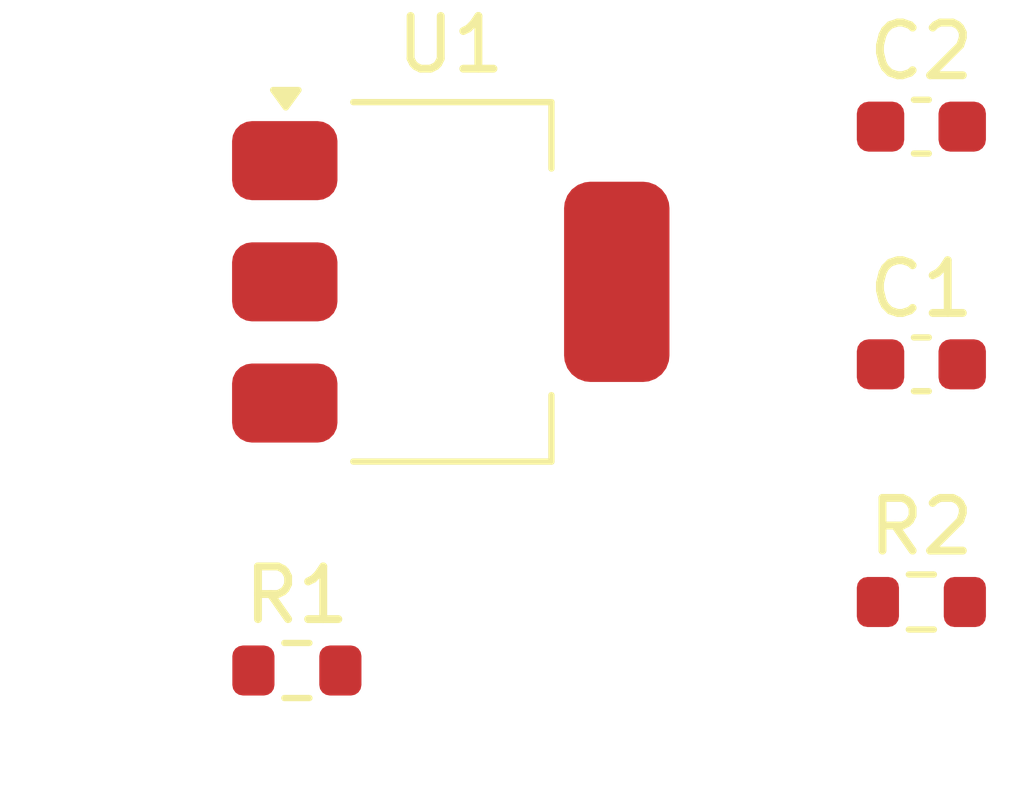
<source format=kicad_pcb>
(kicad_pcb (version 20240108) (generator "pcbnew") (generator_version "8.0")
  (layers (0 "F.Cu" signal) (31 "B.Cu" signal) (34 "B.Paste" user) (35 "F.Paste" user) (36 "B.SilkS" user "B.Silkscreen") (37 "F.SilkS" user "F.Silkscreen") (38 "B.Mask" user) (39 "F.Mask" user) (44 "Edge.Cuts" user))
  (net 0 "")
  (net 1 "R1_2-R2_1")
  (net 2 "GND_1")
  (net 3 "+5V")
  (net 4 "+3V3")
  (net 5 "GND_2")
  (footprint "Resistor_SMD:R_0603_1608Metric" (layer "F.Cu") (at 101.625 91.47)
    (property "Reference" "R1" (at 0 -1.43 0) (layer "F.SilkS"))
    (property "Value" "1K")
    (fp_line (start -0.237258 -0.5225) (end 0.237258 -0.5225) (stroke (width 0.12)) (layer "F.SilkS"))
    (fp_line (start -0.237258 0.5225) (end 0.237258 0.5225) (stroke (width 0.12)) (layer "F.SilkS"))
    (pad "1" smd roundrect (at -0.825 0) (size 0.8 0.95) (layers "F.Cu" "F.Paste" "F.Mask") (net 1 "R1_2-R2_1"))
    (pad "2" smd roundrect (at 0.825 0) (size 0.8 0.95) (layers "F.Cu" "F.Paste" "F.Mask") (net 2 "GND_1"))
  )
  (footprint "Capacitor_SMD:C_0603_1608Metric" (layer "F.Cu") (at 113.475 85.66)
    (property "Reference" "C1" (at 0 -1.43 0) (layer "F.SilkS"))
    (property "Value" "10uF")
    (fp_line (start -0.14058 -0.51) (end 0.14058 -0.51) (stroke (width 0.12)) (layer "F.SilkS"))
    (fp_line (start -0.14058 0.51) (end 0.14058 0.51) (stroke (width 0.12)) (layer "F.SilkS"))
    (pad "1" smd roundrect (at -0.775 0) (size 0.9 0.95) (layers "F.Cu" "F.Paste" "F.Mask") (net 4 "+3V3"))
    (pad "2" smd roundrect (at 0.775 0) (size 0.9 0.95) (layers "F.Cu" "F.Paste" "F.Mask") (net 5 "GND_2"))
  )
  (footprint "Package_TO_SOT_SMD:SOT-223-3_TabPin2" (layer "F.Cu") (at 104.545 84.095)
    (property "Reference" "U1" (at 0 -4.5 0) (layer "F.SilkS"))
    (property "Value" "NCP1117-3.3_SOT223")
    (fp_line (start -1.85 -3.41) (end 1.91 -3.41) (stroke (width 0.12)) (layer "F.SilkS"))
    (fp_line (start -1.85 3.41) (end 1.91 3.41) (stroke (width 0.12)) (layer "F.SilkS"))
    (fp_line (start 1.91 -3.41) (end 1.91 -2.15) (stroke (width 0.12)) (layer "F.SilkS"))
    (fp_line (start 1.91 3.41) (end 1.91 2.15) (stroke (width 0.12)) (layer "F.SilkS"))
    (fp_poly (pts (xy -3.13 -3.31) (xy -3.37 -3.64) (xy -2.89 -3.64) (xy -3.13 -3.31)) (stroke (width 0.12)) (fill solid) (layer "F.SilkS"))
    (pad "1" smd roundrect (at -3.15 -2.3) (size 2 1.5) (layers "F.Cu" "F.Paste" "F.Mask") (net 5 "GND_2"))
    (pad "2" smd roundrect (at -3.15 0) (size 2 1.5) (layers "F.Cu" "F.Paste" "F.Mask") (net 4 "+3V3"))
    (pad "2" smd roundrect (at 3.15 0) (size 2 3.8) (layers "F.Cu" "F.Paste" "F.Mask") (net 4 "+3V3"))
    (pad "3" smd roundrect (at -3.15 2.3) (size 2 1.5) (layers "F.Cu" "F.Paste" "F.Mask") (net 1 "R1_2-R2_1"))
  )
  (footprint "Resistor_SMD:R_0603_1608Metric" (layer "F.Cu") (at 113.475 90.17)
    (property "Reference" "R2" (at 0 -1.43 0) (layer "F.SilkS"))
    (property "Value" "1K")
    (fp_line (start -0.237258 -0.5225) (end 0.237258 -0.5225) (stroke (width 0.12)) (layer "F.SilkS"))
    (fp_line (start -0.237258 0.5225) (end 0.237258 0.5225) (stroke (width 0.12)) (layer "F.SilkS"))
    (pad "1" smd roundrect (at -0.825 0) (size 0.8 0.95) (layers "F.Cu" "F.Paste" "F.Mask") (net 3 "+5V"))
    (pad "2" smd roundrect (at 0.825 0) (size 0.8 0.95) (layers "F.Cu" "F.Paste" "F.Mask") (net 1 "R1_2-R2_1"))
  )
  (footprint "Capacitor_SMD:C_0603_1608Metric" (layer "F.Cu") (at 113.475 81.15)
    (property "Reference" "C2" (at 0 -1.43 0) (layer "F.SilkS"))
    (property "Value" "10uF")
    (fp_line (start -0.14058 -0.51) (end 0.14058 -0.51) (stroke (width 0.12)) (layer "F.SilkS"))
    (fp_line (start -0.14058 0.51) (end 0.14058 0.51) (stroke (width 0.12)) (layer "F.SilkS"))
    (pad "1" smd roundrect (at -0.775 0) (size 0.9 0.95) (layers "F.Cu" "F.Paste" "F.Mask") (net 1 "R1_2-R2_1"))
    (pad "2" smd roundrect (at 0.775 0) (size 0.9 0.95) (layers "F.Cu" "F.Paste" "F.Mask") (net 5 "GND_2"))
  )
)
</source>
